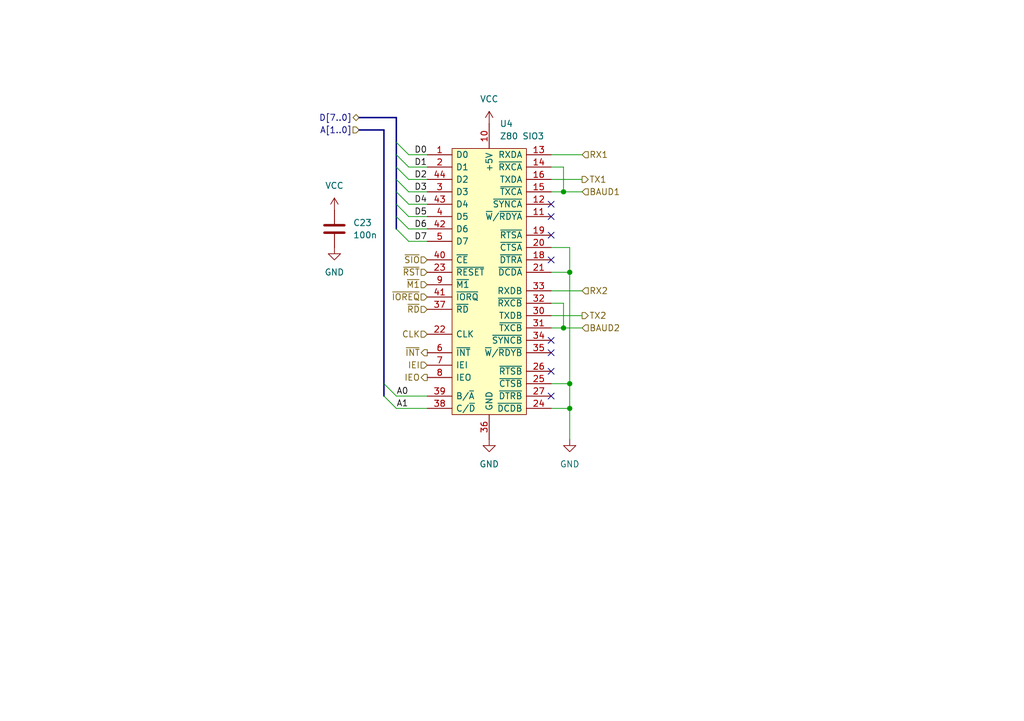
<source format=kicad_sch>
(kicad_sch (version 20250114) (generator "eeschema") (generator_version "9.0")
  (paper "A5")
  (title_block (title "Z80 SIO") (date "2025-11-03") (rev "B") (company "A.K."))
  (lib_symbols
    (symbol "Device:C" (pin_numbers (hide yes)) (pin_names (offset 0.254))
      (property "Reference" "C" (at 0.635 2.54 0))
      (property "Value" "C" (at 0.635 -2.54 0))
      (symbol "C_0_1"
        (polyline (pts (xy -2.032 0.762) (xy 2.032 0.762)) (stroke (width 0.508)))
        (polyline (pts (xy -2.032 -0.762) (xy 2.032 -0.762)) (stroke (width 0.508)))
      )
      (symbol "C_1_1"
        (pin passive line (at 0 3.81 270) (length 2.794) (name "~") (number "1"))
        (pin passive line (at 0 -3.81 90) (length 2.794) (name "~") (number "2"))
      )
    )
    (symbol "Zilog_Z80_Peripherals:SIO3-PLCC-44" (pin_names (offset 0.762))
      (property "Reference" "IC" (at 0 1.27 0))
      (property "Value" "SIO3-PLCC-44" (at 7.62 1.27 0))
      (symbol "SIO3-PLCC-44_0_0"
        (pin bidirectional line (at -5.08 -1.27 0) (length 5.08) (name "D0") (number "1"))
        (pin bidirectional line (at -5.08 -3.81 0) (length 5.08) (name "D1") (number "2"))
        (pin bidirectional line (at -5.08 -6.35 0) (length 5.08) (name "D2") (number "44"))
        (pin bidirectional line (at -5.08 -8.89 0) (length 5.08) (name "D3") (number "3"))
        (pin bidirectional line (at -5.08 -11.43 0) (length 5.08) (name "D4") (number "43"))
        (pin bidirectional line (at -5.08 -13.97 0) (length 5.08) (name "D5") (number "4"))
        (pin bidirectional line (at -5.08 -16.51 0) (length 5.08) (name "D6") (number "42"))
        (pin bidirectional line (at -5.08 -19.05 0) (length 5.08) (name "D7") (number "5"))
        (pin input line (at -5.08 -22.86 0) (length 5.08) (name "~{CE}") (number "40"))
        (pin input line (at -5.08 -25.4 0) (length 5.08) (name "~{RESET}") (number "23"))
        (pin input line (at -5.08 -27.94 0) (length 5.08) (name "~{M1}") (number "9"))
        (pin input line (at -5.08 -30.48 0) (length 5.08) (name "~{IORQ}") (number "41"))
        (pin input line (at -5.08 -33.02 0) (length 5.08) (name "~{RD}") (number "37"))
        (pin input line (at -5.08 -38.1 0) (length 5.08) (name "CLK") (number "22"))
        (pin open_collector line (at -5.08 -41.91 0) (length 5.08) (name "~{INT}") (number "6"))
        (pin input line (at -5.08 -44.45 0) (length 5.08) (name "IEI") (number "7"))
        (pin output line (at -5.08 -46.99 0) (length 5.08) (name "IEO") (number "8"))
        (pin input line (at -5.08 -50.8 0) (length 5.08) (name "B/~{A}") (number "39"))
        (pin input line (at -5.08 -53.34 0) (length 5.08) (name "C/~{D}") (number "38"))
        (pin power_in line (at 7.62 5.08 270) (length 5.08) (name "+5V") (number "10"))
        (pin power_in line (at 7.62 -59.69 90) (length 5.08) (name "GND") (number "36"))
        (pin no_connect line (at 11.43 -16.51 0) (length 2.54) (hide yes) (name "NC") (number "28"))
        (pin no_connect line (at 11.43 -19.05 0) (length 2.54) (hide yes) (name "NC") (number "29"))
        (pin no_connect line (at 11.43 -21.59 0) (length 2.54) (hide yes) (name "NC") (number "17"))
        (pin input line (at 20.32 -1.27 180) (length 5.08) (name "RXDA") (number "13"))
        (pin input line (at 20.32 -3.81 180) (length 5.08) (name "~{RXCA}") (number "14"))
        (pin output line (at 20.32 -6.35 180) (length 5.08) (name "TXDA") (number "16"))
        (pin output line (at 20.32 -8.89 180) (length 5.08) (name "~{TXCA}") (number "15"))
        (pin bidirectional line (at 20.32 -11.43 180) (length 5.08) (name "~{SYNCA}") (number "12"))
        (pin output line (at 20.32 -13.97 180) (length 5.08) (name "~{W}/~{RDYA}") (number "11"))
        (pin output line (at 20.32 -17.78 180) (length 5.08) (name "~{RTSA}") (number "19"))
        (pin input line (at 20.32 -20.32 180) (length 5.08) (name "~{CTSA}") (number "20"))
        (pin output line (at 20.32 -22.86 180) (length 5.08) (name "~{DTRA}") (number "18"))
        (pin input line (at 20.32 -25.4 180) (length 5.08) (name "~{DCDA}") (number "21"))
        (pin input line (at 20.32 -29.21 180) (length 5.08) (name "RXDB") (number "33"))
        (pin input line (at 20.32 -31.75 180) (length 5.08) (name "~{RXCB}") (number "32"))
        (pin output line (at 20.32 -34.29 180) (length 5.08) (name "TXDB") (number "30"))
        (pin input line (at 20.32 -36.83 180) (length 5.08) (name "~{TXCB}") (number "31"))
        (pin bidirectional line (at 20.32 -39.37 180) (length 5.08) (name "~{SYNCB}") (number "34"))
        (pin output line (at 20.32 -41.91 180) (length 5.08) (name "~{W}/~{RDYB}") (number "35"))
        (pin output line (at 20.32 -45.72 180) (length 5.08) (name "~{RTSB}") (number "26"))
        (pin input line (at 20.32 -48.26 180) (length 5.08) (name "~{CTSB}") (number "25"))
        (pin output line (at 20.32 -50.8 180) (length 5.08) (name "~{DTRB}") (number "27"))
        (pin input line (at 20.32 -53.34 180) (length 5.08) (name "~{DCDB}") (number "24"))
      )
      (symbol "SIO3-PLCC-44_0_1"
        (rectangle (start 0 0) (end 15.24 -54.61) (fill (type background)))
      )
    )
    (symbol "power:GND" (power) (pin_numbers (hide yes)) (pin_names (offset 0) (hide yes))
      (property "Value" "GND" (at 0 -3.81 0))
      (symbol "GND_0_1"
        (polyline (pts (xy 0 0) (xy 0 -1.27) (xy 1.27 -1.27) (xy 0 -2.54) (xy -1.27 -1.27) (xy 0 -1.27)))
      )
      (symbol "GND_1_1"
        (pin power_in line (at 0 0 270) (length 0) (name "~") (number "1"))
      )
    )
    (symbol "power:VCC" (power) (pin_numbers (hide yes)) (pin_names (offset 0) (hide yes))
      (property "Value" "VCC" (at 0 3.556 0))
      (symbol "VCC_0_1"
        (polyline (pts (xy -0.762 1.27) (xy 0 2.54)))
        (polyline (pts (xy 0 2.54) (xy 0.762 1.27)))
        (polyline (pts (xy 0 0) (xy 0 2.54)))
      )
      (symbol "VCC_1_1"
        (pin power_in line (at 0 0 90) (length 0) (name "~") (number "1"))
      )
    )
  )
  (junction (at 115.57 39.37))
  (junction (at 116.84 78.74))
  (junction (at 115.57 67.31))
  (junction (at 116.84 83.82))
  (junction (at 116.84 55.88))
  (no_connect (at 113.03 72.39))
  (no_connect (at 113.03 69.85))
  (no_connect (at 113.03 41.91))
  (no_connect (at 113.03 44.45))
  (no_connect (at 113.03 76.2))
  (no_connect (at 113.03 53.34))
  (no_connect (at 113.03 48.26))
  (no_connect (at 113.03 81.28))
  (bus_entry (at 81.28 36.83) (size 2.54 2.54))
  (bus_entry (at 81.28 31.75) (size 2.54 2.54))
  (bus_entry (at 81.28 34.29) (size 2.54 2.54))
  (bus_entry (at 81.28 29.21) (size 2.54 2.54))
  (bus_entry (at 81.28 39.37) (size 2.54 2.54))
  (bus_entry (at 78.74 81.28) (size 2.54 2.54))
  (bus_entry (at 78.74 78.74) (size 2.54 2.54))
  (bus_entry (at 81.28 44.45) (size 2.54 2.54))
  (bus_entry (at 81.28 41.91) (size 2.54 2.54))
  (bus_entry (at 81.28 46.99) (size 2.54 2.54))
  (wire (pts (xy 115.57 39.37) (xy 113.03 39.37)))
  (wire (pts (xy 83.82 36.83) (xy 87.63 36.83)))
  (bus (pts (xy 81.28 24.13) (xy 81.28 29.21)))
  (wire (pts (xy 83.82 34.29) (xy 87.63 34.29)))
  (wire (pts (xy 115.57 39.37) (xy 119.38 39.37)))
  (wire (pts (xy 115.57 62.23) (xy 113.03 62.23)))
  (wire (pts (xy 83.82 39.37) (xy 87.63 39.37)))
  (wire (pts (xy 113.03 83.82) (xy 116.84 83.82)))
  (wire (pts (xy 113.03 55.88) (xy 116.84 55.88)))
  (wire (pts (xy 81.28 83.82) (xy 87.63 83.82)))
  (bus (pts (xy 73.66 24.13) (xy 81.28 24.13)))
  (wire (pts (xy 113.03 78.74) (xy 116.84 78.74)))
  (bus (pts (xy 81.28 29.21) (xy 81.28 31.75)))
  (wire (pts (xy 113.03 31.75) (xy 119.38 31.75)))
  (wire (pts (xy 113.03 59.69) (xy 119.38 59.69)))
  (bus (pts (xy 81.28 39.37) (xy 81.28 41.91)))
  (bus (pts (xy 78.74 26.67) (xy 78.74 78.74)))
  (wire (pts (xy 116.84 78.74) (xy 116.84 83.82)))
  (wire (pts (xy 115.57 67.31) (xy 115.57 62.23)))
  (bus (pts (xy 73.66 26.67) (xy 78.74 26.67)))
  (wire (pts (xy 83.82 31.75) (xy 87.63 31.75)))
  (wire (pts (xy 116.84 50.8) (xy 116.84 55.88)))
  (wire (pts (xy 83.82 44.45) (xy 87.63 44.45)))
  (wire (pts (xy 113.03 36.83) (xy 119.38 36.83)))
  (bus (pts (xy 81.28 44.45) (xy 81.28 46.99)))
  (wire (pts (xy 83.82 49.53) (xy 87.63 49.53)))
  (bus (pts (xy 81.28 34.29) (xy 81.28 36.83)))
  (bus (pts (xy 81.28 36.83) (xy 81.28 39.37)))
  (wire (pts (xy 113.03 67.31) (xy 115.57 67.31)))
  (wire (pts (xy 116.84 55.88) (xy 116.84 78.74)))
  (wire (pts (xy 113.03 50.8) (xy 116.84 50.8)))
  (wire (pts (xy 115.57 34.29) (xy 115.57 39.37)))
  (wire (pts (xy 113.03 34.29) (xy 115.57 34.29)))
  (wire (pts (xy 115.57 67.31) (xy 119.38 67.31)))
  (wire (pts (xy 83.82 41.91) (xy 87.63 41.91)))
  (wire (pts (xy 83.82 46.99) (xy 87.63 46.99)))
  (bus (pts (xy 81.28 41.91) (xy 81.28 44.45)))
  (wire (pts (xy 116.84 90.17) (xy 116.84 83.82)))
  (wire (pts (xy 81.28 81.28) (xy 87.63 81.28)))
  (wire (pts (xy 113.03 64.77) (xy 119.38 64.77)))
  (bus (pts (xy 78.74 78.74) (xy 78.74 81.28)))
  (bus (pts (xy 81.28 31.75) (xy 81.28 34.29)))
  (label "D1" (at 87.63 34.29 180))
  (label "D6" (at 87.63 46.99 180))
  (label "D5" (at 87.63 44.45 180))
  (label "D4" (at 87.63 41.91 180))
  (label "D7" (at 87.63 49.53 180))
  (label "A0" (at 81.28 81.28 0))
  (label "A1" (at 81.28 83.82 0))
  (label "D0" (at 87.63 31.75 180))
  (label "D3" (at 87.63 39.37 180))
  (label "D2" (at 87.63 36.83 180))
  (hierarchical_label "RX2" (shape input) (at 119.38 59.69 0))
  (hierarchical_label "TX1" (shape output) (at 119.38 36.83 0))
  (hierarchical_label "~{IOREQ}" (shape input) (at 87.63 60.96 180))
  (hierarchical_label "~{INT}" (shape output) (at 87.63 72.39 180))
  (hierarchical_label "BAUD1" (shape input) (at 119.38 39.37 0))
  (hierarchical_label "TX2" (shape output) (at 119.38 64.77 0))
  (hierarchical_label "~{RD}" (shape input) (at 87.63 63.5 180))
  (hierarchical_label "CLK" (shape input) (at 87.63 68.58 180))
  (hierarchical_label "RX1" (shape input) (at 119.38 31.75 0))
  (hierarchical_label "IEO" (shape output) (at 87.63 77.47 180))
  (hierarchical_label "IEI" (shape input) (at 87.63 74.93 180))
  (hierarchical_label "~{RST}" (shape input) (at 87.63 55.88 180))
  (hierarchical_label "~{M1}" (shape input) (at 87.63 58.42 180))
  (hierarchical_label "~{SIO}" (shape input) (at 87.63 53.34 180))
  (hierarchical_label "BAUD2" (shape input) (at 119.38 67.31 0))
  (hierarchical_label "D[7..0]" (shape bidirectional) (at 73.66 24.13 180))
  (hierarchical_label "A[1..0]" (shape input) (at 73.66 26.67 180))
  (symbol (lib_id "power:GND") (at 68.58 50.8 0) (unit 1)
    (property "Reference" "#PWR088" (effects (hide yes)))
    (property "Value" "GND" (at 68.58 55.88 0))
    (property "Description" "Power symbol creates a global label with name \"GND\" , ground" (effects (hide yes)))
  )
  (symbol (lib_id "power:GND") (at 116.84 90.17 0) (unit 1)
    (property "Reference" "#PWR055" (effects (hide yes)))
    (property "Value" "GND" (at 116.84 95.25 0))
    (property "Description" "Power symbol creates a global label with name \"GND\" , ground" (effects (hide yes)))
  )
  (symbol (lib_id "Device:C") (at 68.58 46.99 0) (unit 1)
    (property "Reference" "C23" (at 72.39 45.7199 0) (effects (justify left)))
    (property "Value" "100n" (at 72.39 48.2599 0) (effects (justify left)))
    (property "Footprint" "Capacitor_SMD:C_0805_2012Metric" (effects (hide yes)))
    (property "Description" "Unpolarized capacitor" (effects (hide yes)))
  )
  (symbol (lib_id "power:GND") (at 100.33 90.17 0) (unit 1)
    (property "Reference" "#PWR052" (effects (hide yes)))
    (property "Value" "GND" (at 100.33 95.25 0))
    (property "Description" "Power symbol creates a global label with name \"GND\" , ground" (effects (hide yes)))
  )
  (symbol (lib_id "Zilog_Z80_Peripherals:SIO3-PLCC-44") (at 92.71 30.48 0) (unit 1)
    (property "Reference" "U4" (at 102.4733 25.4 0) (effects (justify left)))
    (property "Value" "Z80 SIO3" (at 102.4733 27.94 0) (effects (justify left)))
    (property "Footprint" "Package_LCC:PLCC-44" (effects (hide yes)))
    (property "Datasheet" "http://www.zilog.com/docs/z80/ps0183.pdf" (effects (hide yes)))
    (property "Description" "Z80 CMOS SIO/3 Z84C43 Zilog" (effects (hide yes)))
    (property "Height" "4.06" (effects (hide yes)))
    (property "Manufacturer_Name" "Zilog" (effects (hide yes)))
    (property "Manufacturer_Part_Number" "Z84C4206PEG" (effects (hide yes)))
    (property "Mouser Part Number" "692-Z84C4206PEG" (effects (hide yes)))
    (property "Mouser Price/Stock" "https://www.mouser.com/Search/Refine.aspx?Keyword=692-Z84C4206PEG" (effects (hide yes)))
    (property "RS Part Number" "6600766" (effects (hide yes)))
    (property "RS Price/Stock" "https://uk.rs-online.com/web/p/products/6600766" (effects (hide yes)))
    (property "Allied_Number" "R1000052" (effects (hide yes)))
    (property "Allied Price/Stock" "https://www.alliedelec.com/zilog-z84c4206peg/R1000052/" (effects (hide yes)))
  )
  (symbol (lib_id "power:VCC") (at 100.33 25.4 0) (unit 1)
    (property "Reference" "#PWR049" (effects (hide yes)))
    (property "Value" "VCC" (at 100.33 20.32 0))
    (property "Description" "Power symbol creates a global label with name \"VCC\"" (effects (hide yes)))
  )
  (symbol (lib_id "power:VCC") (at 68.58 43.18 0) (unit 1)
    (property "Reference" "#PWR087" (effects (hide yes)))
    (property "Value" "VCC" (at 68.58 38.1 0))
    (property "Description" "Power symbol creates a global label with name \"VCC\"" (effects (hide yes)))
  )
)
</source>
